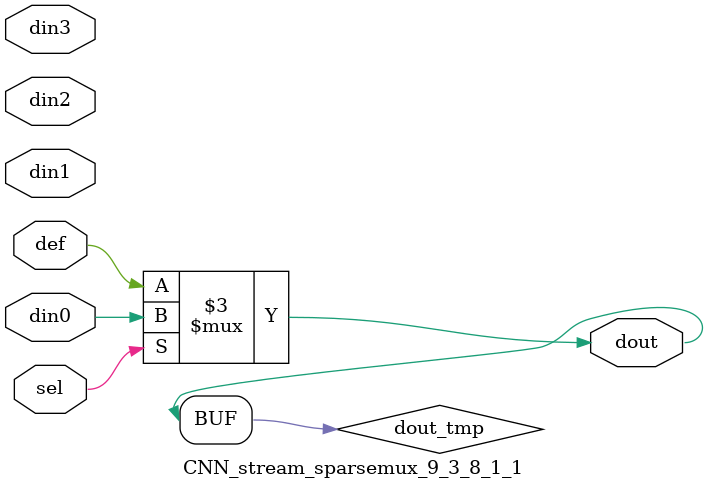
<source format=v>
`timescale 1ns / 1ps

module CNN_stream_sparsemux_9_3_8_1_1 (din0,din1,din2,din3,def,sel,dout);

parameter din0_WIDTH = 1;

parameter din1_WIDTH = 1;

parameter din2_WIDTH = 1;

parameter din3_WIDTH = 1;

parameter def_WIDTH = 1;
parameter sel_WIDTH = 1;
parameter dout_WIDTH = 1;

parameter [sel_WIDTH-1:0] CASE0 = 1;

parameter [sel_WIDTH-1:0] CASE1 = 1;

parameter [sel_WIDTH-1:0] CASE2 = 1;

parameter [sel_WIDTH-1:0] CASE3 = 1;

parameter ID = 1;
parameter NUM_STAGE = 1;



input [din0_WIDTH-1:0] din0;

input [din1_WIDTH-1:0] din1;

input [din2_WIDTH-1:0] din2;

input [din3_WIDTH-1:0] din3;

input [def_WIDTH-1:0] def;
input [sel_WIDTH-1:0] sel;

output [dout_WIDTH-1:0] dout;



reg [dout_WIDTH-1:0] dout_tmp;


always @ (*) begin
(* parallel_case *) case (sel)
    
    CASE0 : dout_tmp = din0;
    
    CASE1 : dout_tmp = din1;
    
    CASE2 : dout_tmp = din2;
    
    CASE3 : dout_tmp = din3;
    
    default : dout_tmp = def;
endcase
end


assign dout = dout_tmp;



endmodule

</source>
